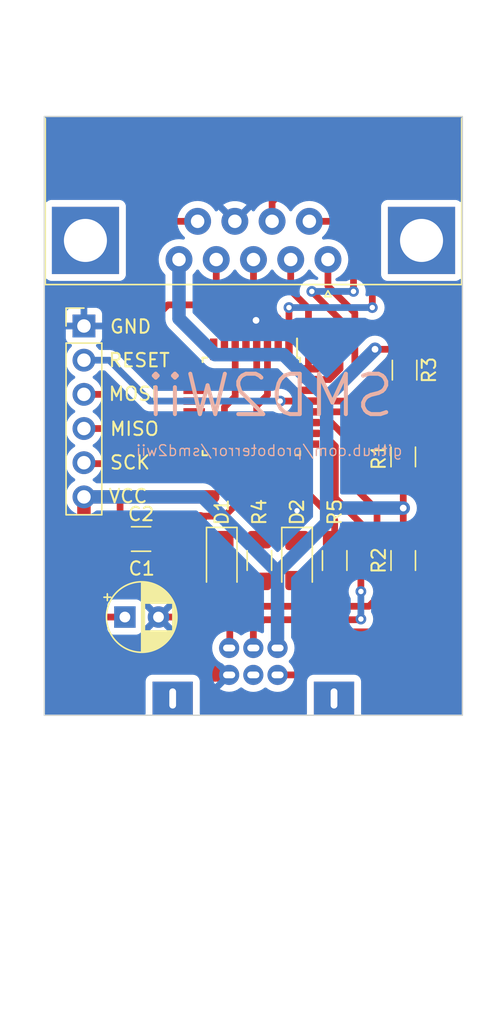
<source format=kicad_pcb>
(kicad_pcb (version 20221018) (generator pcbnew)
  (layers (0 "F.Cu" signal) (31 "B.Cu" signal) (34 "B.Paste" user) (35 "F.Paste" user) (36 "B.SilkS" user "B.Silkscreen") (37 "F.SilkS" user "F.Silkscreen") (38 "B.Mask" user) (39 "F.Mask" user) (44 "Edge.Cuts" user))
  (net 0 "")
  (net 1 "VCC")
  (net 2 "GND")
  (net 3 "/DTC")
  (net 4 "/SDA")
  (net 5 "/SCL")
  (net 7 "/SMD_D0")
  (net 8 "/SMD_D1")
  (net 9 "/SMD_D2")
  (net 10 "/SMD_D3")
  (net 11 "/SMD_D4")
  (net 12 "/SMD_SELECT")
  (net 13 "/SMD_D5")
  (net 14 "/MISO")
  (net 15 "/SCK")
  (net 16 "/MOSI")
  (net 17 "RESET")
  (net 18 "Net-(D1-A)")
  (net 19 "Net-(D2-A)")
  (net 20 "Net-(U1-PC0)")
  (net 21 "Net-(U1-PC1)")
  (footprint "Capacitor_THT:CP_Radial_D5.0mm_P2.50mm" (layer "F.Cu") (at 104.094888 91.1)
    (fp_text reference "C1" (at 1.25 -3.6) (layer "F.SilkS"))
    (fp_text value "4.7uF" hide)
    (fp_line (start -1.554775 -1.475) (end -1.054775 -1.475) (stroke (width 0.12)) (layer "F.SilkS"))
    (fp_line (start -1.304775 -1.725) (end -1.304775 -1.225) (stroke (width 0.12)) (layer "F.SilkS"))
    (fp_line (start 1.25 -2.58) (end 1.25 2.58) (stroke (width 0.12)) (layer "F.SilkS"))
    (fp_line (start 1.29 -2.58) (end 1.29 2.58) (stroke (width 0.12)) (layer "F.SilkS"))
    (fp_line (start 1.33 -2.579) (end 1.33 2.579) (stroke (width 0.12)) (layer "F.SilkS"))
    (fp_line (start 1.37 -2.578) (end 1.37 2.578) (stroke (width 0.12)) (layer "F.SilkS"))
    (fp_line (start 1.41 -2.576) (end 1.41 2.576) (stroke (width 0.12)) (layer "F.SilkS"))
    (fp_line (start 1.45 -2.573) (end 1.45 2.573) (stroke (width 0.12)) (layer "F.SilkS"))
    (fp_line (start 1.49 -2.569) (end 1.49 -1.04) (stroke (width 0.12)) (layer "F.SilkS"))
    (fp_line (start 1.49 1.04) (end 1.49 2.569) (stroke (width 0.12)) (layer "F.SilkS"))
    (fp_line (start 1.53 -2.565) (end 1.53 -1.04) (stroke (width 0.12)) (layer "F.SilkS"))
    (fp_line (start 1.53 1.04) (end 1.53 2.565) (stroke (width 0.12)) (layer "F.SilkS"))
    (fp_line (start 1.57 -2.561) (end 1.57 -1.04) (stroke (width 0.12)) (layer "F.SilkS"))
    (fp_line (start 1.57 1.04) (end 1.57 2.561) (stroke (width 0.12)) (layer "F.SilkS"))
    (fp_line (start 1.61 -2.556) (end 1.61 -1.04) (stroke (width 0.12)) (layer "F.SilkS"))
    (fp_line (start 1.61 1.04) (end 1.61 2.556) (stroke (width 0.12)) (layer "F.SilkS"))
    (fp_line (start 1.65 -2.55) (end 1.65 -1.04) (stroke (width 0.12)) (layer "F.SilkS"))
    (fp_line (start 1.65 1.04) (end 1.65 2.55) (stroke (width 0.12)) (layer "F.SilkS"))
    (fp_line (start 1.69 -2.543) (end 1.69 -1.04) (stroke (width 0.12)) (layer "F.SilkS"))
    (fp_line (start 1.69 1.04) (end 1.69 2.543) (stroke (width 0.12)) (layer "F.SilkS"))
    (fp_line (start 1.73 -2.536) (end 1.73 -1.04) (stroke (width 0.12)) (layer "F.SilkS"))
    (fp_line (start 1.73 1.04) (end 1.73 2.536) (stroke (width 0.12)) (layer "F.SilkS"))
    (fp_line (start 1.77 -2.528) (end 1.77 -1.04) (stroke (width 0.12)) (layer "F.SilkS"))
    (fp_line (start 1.77 1.04) (end 1.77 2.528) (stroke (width 0.12)) (layer "F.SilkS"))
    (fp_line (start 1.81 -2.52) (end 1.81 -1.04) (stroke (width 0.12)) (layer "F.SilkS"))
    (fp_line (start 1.81 1.04) (end 1.81 2.52) (stroke (width 0.12)) (layer "F.SilkS"))
    (fp_line (start 1.85 -2.511) (end 1.85 -1.04) (stroke (width 0.12)) (layer "F.SilkS"))
    (fp_line (start 1.85 1.04) (end 1.85 2.511) (stroke (width 0.12)) (layer "F.SilkS"))
    (fp_line (start 1.89 -2.501) (end 1.89 -1.04) (stroke (width 0.12)) (layer "F.SilkS"))
    (fp_line (start 1.89 1.04) (end 1.89 2.501) (stroke (width 0.12)) (layer "F.SilkS"))
    (fp_line (start 1.93 -2.491) (end 1.93 -1.04) (stroke (width 0.12)) (layer "F.SilkS"))
    (fp_line (start 1.93 1.04) (end 1.93 2.491) (stroke (width 0.12)) (layer "F.SilkS"))
    (fp_line (start 1.971 -2.48) (end 1.971 -1.04) (stroke (width 0.12)) (layer "F.SilkS"))
    (fp_line (start 1.971 1.04) (end 1.971 2.48) (stroke (width 0.12)) (layer "F.SilkS"))
    (fp_line (start 2.011 -2.468) (end 2.011 -1.04) (stroke (width 0.12)) (layer "F.SilkS"))
    (fp_line (start 2.011 1.04) (end 2.011 2.468) (stroke (width 0.12)) (layer "F.SilkS"))
    (fp_line (start 2.051 -2.455) (end 2.051 -1.04) (stroke (width 0.12)) (layer "F.SilkS"))
    (fp_line (start 2.051 1.04) (end 2.051 2.455) (stroke (width 0.12)) (layer "F.SilkS"))
    (fp_line (start 2.091 -2.442) (end 2.091 -1.04) (stroke (width 0.12)) (layer "F.SilkS"))
    (fp_line (start 2.091 1.04) (end 2.091 2.442) (stroke (width 0.12)) (layer "F.SilkS"))
    (fp_line (start 2.131 -2.428) (end 2.131 -1.04) (stroke (width 0.12)) (layer "F.SilkS"))
    (fp_line (start 2.131 1.04) (end 2.131 2.428) (stroke (width 0.12)) (layer "F.SilkS"))
    (fp_line (start 2.171 -2.414) (end 2.171 -1.04) (stroke (width 0.12)) (layer "F.SilkS"))
    (fp_line (start 2.171 1.04) (end 2.171 2.414) (stroke (width 0.12)) (layer "F.SilkS"))
    (fp_line (start 2.211 -2.398) (end 2.211 -1.04) (stroke (width 0.12)) (layer "F.SilkS"))
    (fp_line (start 2.211 1.04) (end 2.211 2.398) (stroke (width 0.12)) (layer "F.SilkS"))
    (fp_line (start 2.251 -2.382) (end 2.251 -1.04) (stroke (width 0.12)) (layer "F.SilkS"))
    (fp_line (start 2.251 1.04) (end 2.251 2.382) (stroke (width 0.12)) (layer "F.SilkS"))
    (fp_line (start 2.291 -2.365) (end 2.291 -1.04) (stroke (width 0.12)) (layer "F.SilkS"))
    (fp_line (start 2.291 1.04) (end 2.291 2.365) (stroke (width 0.12)) (layer "F.SilkS"))
    (fp_line (start 2.331 -2.348) (end 2.331 -1.04) (stroke (width 0.12)) (layer "F.SilkS"))
    (fp_line (start 2.331 1.04) (end 2.331 2.348) (stroke (width 0.12)) (layer "F.SilkS"))
    (fp_line (start 2.371 -2.329) (end 2.371 -1.04) (stroke (width 0.12)) (layer "F.SilkS"))
    (fp_line (start 2.371 1.04) (end 2.371 2.329) (stroke (width 0.12)) (layer "F.SilkS"))
    (fp_line (start 2.411 -2.31) (end 2.411 -1.04) (stroke (width 0.12)) (layer "F.SilkS"))
    (fp_line (start 2.411 1.04) (end 2.411 2.31) (stroke (width 0.12)) (layer "F.SilkS"))
    (fp_line (start 2.451 -2.29) (end 2.451 -1.04) (stroke (width 0.12)) (layer "F.SilkS"))
    (fp_line (start 2.451 1.04) (end 2.451 2.29) (stroke (width 0.12)) (layer "F.SilkS"))
    (fp_line (start 2.491 -2.268) (end 2.491 -1.04) (stroke (width 0.12)) (layer "F.SilkS"))
    (fp_line (start 2.491 1.04) (end 2.491 2.268) (stroke (width 0.12)) (layer "F.SilkS"))
    (fp_line (start 2.531 -2.247) (end 2.531 -1.04) (stroke (width 0.12)) (layer "F.SilkS"))
    (fp_line (start 2.531 1.04) (end 2.531 2.247) (stroke (width 0.12)) (layer "F.SilkS"))
    (fp_line (start 2.571 -2.224) (end 2.571 -1.04) (stroke (width 0.12)) (layer "F.SilkS"))
    (fp_line (start 2.571 1.04) (end 2.571 2.224) (stroke (width 0.12)) (layer "F.SilkS"))
    (fp_line (start 2.611 -2.2) (end 2.611 -1.04) (stroke (width 0.12)) (layer "F.SilkS"))
    (fp_line (start 2.611 1.04) (end 2.611 2.2) (stroke (width 0.12)) (layer "F.SilkS"))
    (fp_line (start 2.651 -2.175) (end 2.651 -1.04) (stroke (width 0.12)) (layer "F.SilkS"))
    (fp_line (start 2.651 1.04) (end 2.651 2.175) (stroke (width 0.12)) (layer "F.SilkS"))
    (fp_line (start 2.691 -2.149) (end 2.691 -1.04) (stroke (width 0.12)) (layer "F.SilkS"))
    (fp_line (start 2.691 1.04) (end 2.691 2.149) (stroke (width 0.12)) (layer "F.SilkS"))
    (fp_line (start 2.731 -2.122) (end 2.731 -1.04) (stroke (width 0.12)) (layer "F.SilkS"))
    (fp_line (start 2.731 1.04) (end 2.731 2.122) (stroke (width 0.12)) (layer "F.SilkS"))
    (fp_line (start 2.771 -2.095) (end 2.771 -1.04) (stroke (width 0.12)) (layer "F.SilkS"))
    (fp_line (start 2.771 1.04) (end 2.771 2.095) (stroke (width 0.12)) (layer "F.SilkS"))
    (fp_line (start 2.811 -2.065) (end 2.811 -1.04) (stroke (width 0.12)) (layer "F.SilkS"))
    (fp_line (start 2.811 1.04) (end 2.811 2.065) (stroke (width 0.12)) (layer "F.SilkS"))
    (fp_line (start 2.851 -2.035) (end 2.851 -1.04) (stroke (width 0.12)) (layer "F.SilkS"))
    (fp_line (start 2.851 1.04) (end 2.851 2.035) (stroke (width 0.12)) (layer "F.SilkS"))
    (fp_line (start 2.891 -2.004) (end 2.891 -1.04) (stroke (width 0.12)) (layer "F.SilkS"))
    (fp_line (start 2.891 1.04) (end 2.891 2.004) (stroke (width 0.12)) (layer "F.SilkS"))
    (fp_line (start 2.931 -1.971) (end 2.931 -1.04) (stroke (width 0.12)) (layer "F.SilkS"))
    (fp_line (start 2.931 1.04) (end 2.931 1.971) (stroke (width 0.12)) (layer "F.SilkS"))
    (fp_line (start 2.971 -1.937) (end 2.971 -1.04) (stroke (width 0.12)) (layer "F.SilkS"))
    (fp_line (start 2.971 1.04) (end 2.971 1.937) (stroke (width 0.12)) (layer "F.SilkS"))
    (fp_line (start 3.011 -1.901) (end 3.011 -1.04) (stroke (width 0.12)) (layer "F.SilkS"))
    (fp_line (start 3.011 1.04) (end 3.011 1.901) (stroke (width 0.12)) (layer "F.SilkS"))
    (fp_line (start 3.051 -1.864) (end 3.051 -1.04) (stroke (width 0.12)) (layer "F.SilkS"))
    (fp_line (start 3.051 1.04) (end 3.051 1.864) (stroke (width 0.12)) (layer "F.SilkS"))
    (fp_line (start 3.091 -1.826) (end 3.091 -1.04) (stroke (width 0.12)) (layer "F.SilkS"))
    (fp_line (start 3.091 1.04) (end 3.091 1.826) (stroke (width 0.12)) (layer "F.SilkS"))
    (fp_line (start 3.131 -1.785) (end 3.131 -1.04) (stroke (width 0.12)) (layer "F.SilkS"))
    (fp_line (start 3.131 1.04) (end 3.131 1.785) (stroke (width 0.12)) (layer "F.SilkS"))
    (fp_line (start 3.171 -1.743) (end 3.171 -1.04) (stroke (width 0.12)) (layer "F.SilkS"))
    (fp_line (start 3.171 1.04) (end 3.171 1.743) (stroke (width 0.12)) (layer "F.SilkS"))
    (fp_line (start 3.211 -1.699) (end 3.211 -1.04) (stroke (width 0.12)) (layer "F.SilkS"))
    (fp_line (start 3.211 1.04) (end 3.211 1.699) (stroke (width 0.12)) (layer "F.SilkS"))
    (fp_line (start 3.251 -1.653) (end 3.251 -1.04) (stroke (width 0.12)) (layer "F.SilkS"))
    (fp_line (start 3.251 1.04) (end 3.251 1.653) (stroke (width 0.12)) (layer "F.SilkS"))
    (fp_line (start 3.291 -1.605) (end 3.291 -1.04) (stroke (width 0.12)) (layer "F.SilkS"))
    (fp_line (start 3.291 1.04) (end 3.291 1.605) (stroke (width 0.12)) (layer "F.SilkS"))
    (fp_line (start 3.331 -1.554) (end 3.331 -1.04) (stroke (width 0.12)) (layer "F.SilkS"))
    (fp_line (start 3.331 1.04) (end 3.331 1.554) (stroke (width 0.12)) (layer "F.SilkS"))
    (fp_line (start 3.371 -1.5) (end 3.371 -1.04) (stroke (width 0.12)) (layer "F.SilkS"))
    (fp_line (start 3.371 1.04) (end 3.371 1.5) (stroke (width 0.12)) (layer "F.SilkS"))
    (fp_line (start 3.411 -1.443) (end 3.411 -1.04) (stroke (width 0.12)) (layer "F.SilkS"))
    (fp_line (start 3.411 1.04) (end 3.411 1.443) (stroke (width 0.12)) (layer "F.SilkS"))
    (fp_line (start 3.451 -1.383) (end 3.451 -1.04) (stroke (width 0.12)) (layer "F.SilkS"))
    (fp_line (start 3.451 1.04) (end 3.451 1.383) (stroke (width 0.12)) (layer "F.SilkS"))
    (fp_line (start 3.491 -1.319) (end 3.491 -1.04) (stroke (width 0.12)) (layer "F.SilkS"))
    (fp_line (start 3.491 1.04) (end 3.491 1.319) (stroke (width 0.12)) (layer "F.SilkS"))
    (fp_line (start 3.531 -1.251) (end 3.531 -1.04) (stroke (width 0.12)) (layer "F.SilkS"))
    (fp_line (start 3.531 1.04) (end 3.531 1.251) (stroke (width 0.12)) (layer "F.SilkS"))
    (fp_line (start 3.571 -1.178) (end 3.571 1.178) (stroke (width 0.12)) (layer "F.SilkS"))
    (fp_line (start 3.611 -1.098) (end 3.611 1.098) (stroke (width 0.12)) (layer "F.SilkS"))
    (fp_line (start 3.651 -1.011) (end 3.651 1.011) (stroke (width 0.12)) (layer "F.SilkS"))
    (fp_line (start 3.691 -0.915) (end 3.691 0.915) (stroke (width 0.12)) (layer "F.SilkS"))
    (fp_line (start 3.731 -0.805) (end 3.731 0.805) (stroke (width 0.12)) (layer "F.SilkS"))
    (fp_line (start 3.771 -0.677) (end 3.771 0.677) (stroke (width 0.12)) (layer "F.SilkS"))
    (fp_line (start 3.811 -0.518) (end 3.811 0.518) (stroke (width 0.12)) (layer "F.SilkS"))
    (fp_line (start 3.851 -0.284) (end 3.851 0.284) (stroke (width 0.12)) (layer "F.SilkS"))
    (fp_circle (center 1.25 0) (end 3.87 0) (stroke (width 0.12)) (fill none) (layer "F.SilkS"))
    (pad "1" thru_hole rect (at 0 0) (size 1.6 1.6) (drill 0.8) (layers "*.Cu" "*.Mask") (net 1 "VCC"))
    (pad "2" thru_hole circle (at 2.5 0) (size 1.6 1.6) (drill 0.8) (layers "*.Cu" "*.Mask") (net 2 "GND"))
  )
  (footprint "Resistor_SMD:R_1206_3216Metric_Pad1.30x1.75mm_HandSolder" (layer "F.Cu") (at 119.7 86.9 -90)
    (fp_text reference "R5" (at -3.6 0 -90) (layer "F.SilkS"))
    (fp_text value "400")
    (fp_line (start -0.727064 -0.91) (end 0.727064 -0.91) (stroke (width 0.12)) (layer "F.SilkS"))
    (fp_line (start -0.727064 0.91) (end 0.727064 0.91) (stroke (width 0.12)) (layer "F.SilkS"))
    (pad "1" smd roundrect (at -1.55 0 270) (size 1.3 1.75) (layers "F.Cu" "F.Paste" "F.Mask") (roundrect_rratio 0.1923076923) (net 21 "Net-(U1-PC1)"))
    (pad "2" smd roundrect (at 1.55 0 270) (size 1.3 1.75) (layers "F.Cu" "F.Paste" "F.Mask") (roundrect_rratio 0.1923076923) (net 19 "Net-(D2-A)"))
  )
  (footprint "Resistor_SMD:R_1206_3216Metric_Pad1.30x1.75mm_HandSolder" (layer "F.Cu") (at 124.8 86.9 90)
    (fp_text reference "R2" (at 0 -1.82 90) (layer "F.SilkS"))
    (fp_text value "2.2k")
    (fp_line (start -0.727064 -0.91) (end 0.727064 -0.91) (stroke (width 0.12)) (layer "F.SilkS"))
    (fp_line (start -0.727064 0.91) (end 0.727064 0.91) (stroke (width 0.12)) (layer "F.SilkS"))
    (pad "1" smd roundrect (at -1.55 0 90) (size 1.3 1.75) (layers "F.Cu" "F.Paste" "F.Mask") (roundrect_rratio 0.1923076923) (net 4 "/SDA"))
    (pad "2" smd roundrect (at 1.55 0 90) (size 1.3 1.75) (layers "F.Cu" "F.Paste" "F.Mask") (roundrect_rratio 0.1923076923) (net 1 "VCC"))
  )
  (footprint "Resistor_SMD:R_1206_3216Metric_Pad1.30x1.75mm_HandSolder" (layer "F.Cu") (at 124.9 72.75 -90)
    (fp_text reference "R3" (at 0 -1.82 90) (layer "F.SilkS"))
    (fp_text value "2.2k")
    (fp_line (start -0.727064 -0.91) (end 0.727064 -0.91) (stroke (width 0.12)) (layer "F.SilkS"))
    (fp_line (start -0.727064 0.91) (end 0.727064 0.91) (stroke (width 0.12)) (layer "F.SilkS"))
    (pad "1" smd roundrect (at -1.55 0 270) (size 1.3 1.75) (layers "F.Cu" "F.Paste" "F.Mask") (roundrect_rratio 0.1923076923) (net 1 "VCC"))
    (pad "2" smd roundrect (at 1.55 0 270) (size 1.3 1.75) (layers "F.Cu" "F.Paste" "F.Mask") (roundrect_rratio 0.1923076923) (net 17 "RESET"))
  )
  (footprint "Capacitor_SMD:C_1206_3216Metric_Pad1.33x1.80mm_HandSolder" (layer "F.Cu") (at 105.3 85.3)
    (fp_text reference "C2" (at 0 -1.85) (layer "F.SilkS"))
    (fp_text value "0.1uF")
    (fp_line (start -0.711252 -0.91) (end 0.711252 -0.91) (stroke (width 0.12)) (layer "F.SilkS"))
    (fp_line (start -0.711252 0.91) (end 0.711252 0.91) (stroke (width 0.12)) (layer "F.SilkS"))
    (pad "1" smd roundrect (at -1.5625 0) (size 1.325 1.8) (layers "F.Cu" "F.Paste" "F.Mask") (roundrect_rratio 0.1886792453) (net 1 "VCC"))
    (pad "2" smd roundrect (at 1.5625 0) (size 1.325 1.8) (layers "F.Cu" "F.Paste" "F.Mask") (roundrect_rratio 0.1886792453) (net 2 "GND"))
  )
  (footprint "Connector_Dsub:DSUB-9_Male_Horizontal_P2.77x2.84mm_EdgePinOffset7.70mm_Housed_MountingHolesOffset9.12mm" (layer "F.Cu") (at 119.2 64.530331 180)
    (fp_text reference "J2" hide)
    (fp_text value "DB9_Male")
    (fp_line (start -9.945 -1.86) (end 21.025 -1.86) (stroke (width 0.12)) (layer "F.SilkS"))
    (fp_line (start -9.945 10.48) (end -9.945 -1.86) (stroke (width 0.12)) (layer "F.SilkS"))
    (fp_line (start -0.25 -2.754338) (end 0.25 -2.754338) (stroke (width 0.12)) (layer "F.SilkS"))
    (fp_line (start 0 -2.321325) (end -0.25 -2.754338) (stroke (width 0.12)) (layer "F.SilkS"))
    (fp_line (start 0.25 -2.754338) (end 0 -2.321325) (stroke (width 0.12)) (layer "F.SilkS"))
    (fp_line (start 21.025 -1.86) (end 21.025 10.48) (stroke (width 0.12)) (layer "F.SilkS"))
    (pad "0" thru_hole rect (at -6.96 1.42 180) (size 5 5) (drill 3.2) (layers "*.Cu" "*.Mask"))
    (pad "0" thru_hole rect (at 18.04 1.42 180) (size 5 5) (drill 3.2) (layers "*.Cu" "*.Mask"))
    (pad "1" thru_hole circle (at 0 0 180) (size 2 2) (drill 1) (layers "*.Cu" "*.Mask") (net 7 "/SMD_D0"))
    (pad "2" thru_hole circle (at 2.77 0 180) (size 2 2) (drill 1) (layers "*.Cu" "*.Mask") (net 8 "/SMD_D1"))
    (pad "3" thru_hole circle (at 5.54 0 180) (size 2 2) (drill 1) (layers "*.Cu" "*.Mask") (net 9 "/SMD_D2"))
    (pad "4" thru_hole circle (at 8.31 0 180) (size 2 2) (drill 1) (layers "*.Cu" "*.Mask") (net 10 "/SMD_D3"))
    (pad "5" thru_hole circle (at 11.08 0 180) (size 2 2) (drill 1) (layers "*.Cu" "*.Mask") (net 1 "VCC"))
    (pad "6" thru_hole circle (at 1.385 2.84 180) (size 2 2) (drill 1) (layers "*.Cu" "*.Mask") (net 11 "/SMD_D4"))
    (pad "7" thru_hole circle (at 4.155 2.84 180) (size 2 2) (drill 1) (layers "*.Cu" "*.Mask") (net 12 "/SMD_SELECT"))
    (pad "8" thru_hole circle (at 6.925 2.84 180) (size 2 2) (drill 1) (layers "*.Cu" "*.Mask") (net 2 "GND"))
    (pad "9" thru_hole circle (at 9.695 2.84 180) (size 2 2) (drill 1) (layers "*.Cu" "*.Mask") (net 13 "/SMD_D5"))
  )
  (footprint "LED_SMD:LED_1206_3216Metric_Pad1.42x1.75mm_HandSolder" (layer "F.Cu") (at 116.9 86.9 -90)
    (fp_text reference "D2" (at -3.6 0 90) (layer "F.SilkS"))
    (fp_text value "GREEN")
    (fp_line (start -2.46 -1.135) (end -2.46 1.135) (stroke (width 0.12)) (layer "F.SilkS"))
    (fp_line (start -2.46 1.135) (end 1.6 1.135) (stroke (width 0.12)) (layer "F.SilkS"))
    (fp_line (start 1.6 -1.135) (end -2.46 -1.135) (stroke (width 0.12)) (layer "F.SilkS"))
    (pad "1" smd roundrect (at -1.4875 0 270) (size 1.425 1.75) (layers "F.Cu" "F.Paste" "F.Mask") (roundrect_rratio 0.1754392982) (net 2 "GND"))
    (pad "2" smd roundrect (at 1.4875 0 270) (size 1.425 1.75) (layers "F.Cu" "F.Paste" "F.Mask") (roundrect_rratio 0.1754392982) (net 19 "Net-(D2-A)"))
  )
  (footprint "Wii:Wii_Nunchuck_Connector" (layer "F.Cu") (at 113.65 110.4 180)
    (fp_text reference "J1" hide)
    (fp_text value "~" hide)
    (pad "" thru_hole custom (at -6 13.25 180) (size 3 2.5) (drill oval 0.5 1.5) (layers "*.Cu" "*.Mask") (options (clearance outline) (anchor rect)) (primitives))
    (pad "" thru_hole custom (at 6 13.25 180) (size 3 2.5) (drill oval 0.5 1.5) (layers "*.Cu" "*.Mask") (options (clearance outline) (anchor rect)) (primitives))
    (pad "1" thru_hole circle (at -1.8 17 180) (size 1.5 1.5) (drill oval 0.9 0.5) (layers "*.Cu" "*.Mask") (net 1 "VCC"))
    (pad "2" thru_hole circle (at 0 17 180) (size 1.5 1.5) (drill oval 0.9 0.5) (layers "*.Cu" "*.Mask") (net 3 "/DTC"))
    (pad "3" thru_hole circle (at 1.8 17 180) (size 1.5 1.5) (drill oval 0.9 0.5) (layers "*.Cu" "*.Mask") (net 4 "/SDA"))
    (pad "4" thru_hole circle (at -1.8 15 180) (size 1.5 1.5) (drill oval 0.9 0.5) (layers "*.Cu" "*.Mask") (net 5 "/SCL"))
    (pad "5" thru_hole circle (at 0 15 180) (size 1.5 1.5) (drill oval 0.9 0.5) (layers "*.Cu" "*.Mask"))
    (pad "6" thru_hole circle (at 1.8 15 180) (size 1.5 1.5) (drill oval 0.9 0.5) (layers "*.Cu" "*.Mask") (net 2 "GND"))
  )
  (footprint "Package_QFP:TQFP-32_7x7mm_P0.8mm" (layer "F.Cu") (at 113.5 75.45 -90)
    (fp_text reference "U1" hide)
    (fp_text value "ATmega8A-A" hide)
    (fp_line (start -3.625 -3.625) (end -3.625 -3.4) (stroke (width 0.15)) (layer "F.SilkS"))
    (fp_line (start -3.625 -3.625) (end -3.3 -3.625) (stroke (width 0.15)) (layer "F.SilkS"))
    (fp_line (start -3.625 -3.4) (end -5.05 -3.4) (stroke (width 0.15)) (layer "F.SilkS"))
    (fp_line (start -3.625 3.625) (end -3.625 3.3) (stroke (width 0.15)) (layer "F.SilkS"))
    (fp_line (start -3.625 3.625) (end -3.3 3.625) (stroke (width 0.15)) (layer "F.SilkS"))
    (fp_line (start 3.625 -3.625) (end 3.3 -3.625) (stroke (width 0.15)) (layer "F.SilkS"))
    (fp_line (start 3.625 -3.625) (end 3.625 -3.3) (stroke (width 0.15)) (layer "F.SilkS"))
    (fp_line (start 3.625 3.625) (end 3.3 3.625) (stroke (width 0.15)) (layer "F.SilkS"))
    (fp_line (start 3.625 3.625) (end 3.625 3.3) (stroke (width 0.15)) (layer "F.SilkS"))
    (pad "1" smd rect (at -4.25 -2.8 270) (size 1.6 0.55) (layers "F.Cu" "F.Paste" "F.Mask") (net 12 "/SMD_SELECT"))
    (pad "2" smd rect (at -4.25 -2 270) (size 1.6 0.55) (layers "F.Cu" "F.Paste" "F.Mask") (net 9 "/SMD_D2"))
    (pad "3" smd rect (at -4.25 -1.2 270) (size 1.6 0.55) (layers "F.Cu" "F.Paste" "F.Mask") (net 2 "GND"))
    (pad "4" smd rect (at -4.25 -0.4 270) (size 1.6 0.55) (layers "F.Cu" "F.Paste" "F.Mask") (net 1 "VCC"))
    (pad "5" smd rect (at -4.25 0.4 270) (size 1.6 0.55) (layers "F.Cu" "F.Paste" "F.Mask") (net 2 "GND"))
    (pad "6" smd rect (at -4.25 1.2 270) (size 1.6 0.55) (layers "F.Cu" "F.Paste" "F.Mask") (net 1 "VCC"))
    (pad "7" smd rect (at -4.25 2 270) (size 1.6 0.55) (layers "F.Cu" "F.Paste" "F.Mask"))
    (pad "8" smd rect (at -4.25 2.8 270) (size 1.6 0.55) (layers "F.Cu" "F.Paste" "F.Mask"))
    (pad "9" smd rect (at -2.8 4.25) (size 1.6 0.55) (layers "F.Cu" "F.Paste" "F.Mask") (net 10 "/SMD_D3"))
    (pad "10" smd rect (at -2 4.25) (size 1.6 0.55) (layers "F.Cu" "F.Paste" "F.Mask") (net 13 "/SMD_D5"))
    (pad "11" smd rect (at -1.2 4.25) (size 1.6 0.55) (layers "F.Cu" "F.Paste" "F.Mask"))
    (pad "12" smd rect (at -0.4 4.25) (size 1.6 0.55) (layers "F.Cu" "F.Paste" "F.Mask"))
    (pad "13" smd rect (at 0.4 4.25) (size 1.6 0.55) (layers "F.Cu" "F.Paste" "F.Mask"))
    (pad "14" smd rect (at 1.2 4.25) (size 1.6 0.55) (layers "F.Cu" "F.Paste" "F.Mask"))
    (pad "15" smd rect (at 2 4.25) (size 1.6 0.55) (layers "F.Cu" "F.Paste" "F.Mask") (net 16 "/MOSI"))
    (pad "16" smd rect (at 2.8 4.25) (size 1.6 0.55) (layers "F.Cu" "F.Paste" "F.Mask") (net 14 "/MISO"))
    (pad "17" smd rect (at 4.25 2.8 270) (size 1.6 0.55) (layers "F.Cu" "F.Paste" "F.Mask") (net 15 "/SCK"))
    (pad "18" smd rect (at 4.25 2 270) (size 1.6 0.55) (layers "F.Cu" "F.Paste" "F.Mask") (net 1 "VCC"))
    (pad "19" smd rect (at 4.25 1.2 270) (size 1.6 0.55) (layers "F.Cu" "F.Paste" "F.Mask"))
    (pad "20" smd rect (at 4.25 0.4 270) (size 1.6 0.55) (layers "F.Cu" "F.Paste" "F.Mask"))
    (pad "21" smd rect (at 4.25 -0.4 270) (size 1.6 0.55) (layers "F.Cu" "F.Paste" "F.Mask") (net 2 "GND"))
    (pad "22" smd rect (at 4.25 -1.2 270) (size 1.6 0.55) (layers "F.Cu" "F.Paste" "F.Mask"))
    (pad "23" smd rect (at 4.25 -2 270) (size 1.6 0.55) (layers "F.Cu" "F.Paste" "F.Mask") (net 20 "Net-(U1-PC0)"))
    (pad "24" smd rect (at 4.25 -2.8 270) (size 1.6 0.55) (layers "F.Cu" "F.Paste" "F.Mask") (net 21 "Net-(U1-PC1)"))
    (pad "25" smd rect (at 2.8 -4.25) (size 1.6 0.55) (layers "F.Cu" "F.Paste" "F.Mask"))
    (pad "26" smd rect (at 2 -4.25) (size 1.6 0.55) (layers "F.Cu" "F.Paste" "F.Mask") (net 3 "/DTC"))
    (pad "27" smd rect (at 1.2 -4.25) (size 1.6 0.55) (layers "F.Cu" "F.Paste" "F.Mask") (net 4 "/SDA"))
    (pad "28" smd rect (at 0.4 -4.25) (size 1.6 0.55) (layers "F.Cu" "F.Paste" "F.Mask") (net 5 "/SCL"))
    (pad "29" smd rect (at -0.4 -4.25) (size 1.6 0.55) (layers "F.Cu" "F.Paste" "F.Mask") (net 17 "RESET"))
    (pad "30" smd rect (at -1.2 -4.25) (size 1.6 0.55) (layers "F.Cu" "F.Paste" "F.Mask") (net 7 "/SMD_D0"))
    (pad "31" smd rect (at -2 -4.25) (size 1.6 0.55) (layers "F.Cu" "F.Paste" "F.Mask") (net 11 "/SMD_D4"))
    (pad "32" smd rect (at -2.8 -4.25) (size 1.6 0.55) (layers "F.Cu" "F.Paste" "F.Mask") (net 8 "/SMD_D1"))
  )
  (footprint "Resistor_SMD:R_1206_3216Metric_Pad1.30x1.75mm_HandSolder" (layer "F.Cu") (at 124.8 79.2 90)
    (fp_text reference "R1" (at 0 -1.82 90) (layer "F.SilkS"))
    (fp_text value "2.2K")
    (fp_line (start -0.727064 -0.91) (end 0.727064 -0.91) (stroke (width 0.12)) (layer "F.SilkS"))
    (fp_line (start -0.727064 0.91) (end 0.727064 0.91) (stroke (width 0.12)) (layer "F.SilkS"))
    (pad "1" smd roundrect (at -1.55 0 90) (size 1.3 1.75) (layers "F.Cu" "F.Paste" "F.Mask") (roundrect_rratio 0.1923076923) (net 1 "VCC"))
    (pad "2" smd roundrect (at 1.55 0 90) (size 1.3 1.75) (layers "F.Cu" "F.Paste" "F.Mask") (roundrect_rratio 0.1923076923) (net 5 "/SCL"))
  )
  (footprint "LED_SMD:LED_1206_3216Metric_Pad1.42x1.75mm_HandSolder" (layer "F.Cu") (at 111.3 86.9 -90)
    (fp_text reference "D1" (at -3.6 0 90) (layer "F.SilkS"))
    (fp_text value "RED")
    (fp_line (start -2.46 -1.135) (end -2.46 1.135) (stroke (width 0.12)) (layer "F.SilkS"))
    (fp_line (start -2.46 1.135) (end 1.6 1.135) (stroke (width 0.12)) (layer "F.SilkS"))
    (fp_line (start 1.6 -1.135) (end -2.46 -1.135) (stroke (width 0.12)) (layer "F.SilkS"))
    (pad "1" smd roundrect (at -1.4875 0 270) (size 1.425 1.75) (layers "F.Cu" "F.Paste" "F.Mask") (roundrect_rratio 0.1754392982) (net 2 "GND"))
    (pad "2" smd roundrect (at 1.4875 0 270) (size 1.425 1.75) (layers "F.Cu" "F.Paste" "F.Mask") (roundrect_rratio 0.1754392982) (net 18 "Net-(D1-A)"))
  )
  (footprint "Connector_PinHeader_2.54mm:PinHeader_1x06_P2.54mm_Vertical" (layer "F.Cu") (at 101.05 69.47)
    (fp_text reference "J3" hide)
    (fp_text value "Conn_01x06_Pin")
    (fp_line (start -1.33 -1.33) (end 0 -1.33) (stroke (width 0.12)) (layer "F.SilkS"))
    (fp_line (start -1.33 0) (end -1.33 -1.33) (stroke (width 0.12)) (layer "F.SilkS"))
    (fp_line (start -1.33 1.27) (end -1.33 14.03) (stroke (width 0.12)) (layer "F.SilkS"))
    (fp_line (start -1.33 1.27) (end 1.33 1.27) (stroke (width 0.12)) (layer "F.SilkS"))
    (fp_line (start -1.33 14.03) (end 1.33 14.03) (stroke (width 0.12)) (layer "F.SilkS"))
    (fp_line (start 1.33 1.27) (end 1.33 14.03) (stroke (width 0.12)) (layer "F.SilkS"))
    (pad "1" thru_hole rect (at 0 0) (size 1.7 1.7) (drill 1) (layers "*.Cu" "*.Mask") (net 2 "GND"))
    (pad "2" thru_hole oval (at 0 2.54) (size 1.7 1.7) (drill 1) (layers "*.Cu" "*.Mask") (net 17 "RESET"))
    (pad "3" thru_hole oval (at 0 5.08) (size 1.7 1.7) (drill 1) (layers "*.Cu" "*.Mask") (net 16 "/MOSI"))
    (pad "4" thru_hole oval (at 0 7.62) (size 1.7 1.7) (drill 1) (layers "*.Cu" "*.Mask") (net 14 "/MISO"))
    (pad "5" thru_hole oval (at 0 10.16) (size 1.7 1.7) (drill 1) (layers "*.Cu" "*.Mask") (net 15 "/SCK"))
    (pad "6" thru_hole oval (at 0 12.7) (size 1.7 1.7) (drill 1) (layers "*.Cu" "*.Mask") (net 1 "VCC"))
  )
  (footprint "Resistor_SMD:R_1206_3216Metric_Pad1.30x1.75mm_HandSolder" (layer "F.Cu") (at 114.1 86.9 -90)
    (fp_text reference "R4" (at -3.6 0 90) (layer "F.SilkS"))
    (fp_text value "400")
    (fp_line (start -0.727064 -0.91) (end 0.727064 -0.91) (stroke (width 0.12)) (layer "F.SilkS"))
    (fp_line (start -0.727064 0.91) (end 0.727064 0.91) (stroke (width 0.12)) (layer "F.SilkS"))
    (pad "1" smd roundrect (at -1.55 0 270) (size 1.3 1.75) (layers "F.Cu" "F.Paste" "F.Mask") (roundrect_rratio 0.1923076923) (net 20 "Net-(U1-PC0)"))
    (pad "2" smd roundrect (at 1.55 0 270) (size 1.3 1.75) (layers "F.Cu" "F.Paste" "F.Mask") (roundrect_rratio 0.1923076923) (net 18 "Net-(D1-A)"))
  )
  (gr_rect (start 98.1 53.9) (end 129.2 98.4) (stroke (width 0.1)) (fill none) (layer "Edge.Cuts"))
  (gr_text "SMD2Wii" (at 124.3 76.4) (layer "B.SilkS") (effects (font (size 3 3) (thickness 0.3)) (justify left bottom mirror)))
  (gr_text "github.com/proboterror/smd2wii" (at 124.8 79.2) (layer "B.SilkS") (effects (font (size 0.8 0.8) (thickness 0.1)) (justify left bottom mirror)))
  (gr_text "MISO" (at 102.9 77.7) (layer "F.SilkS") (effects (font (size 1 1)) (justify left bottom)))
  (gr_text "SCK" (at 102.9 80.2) (layer "F.SilkS") (effects (font (size 1 1)) (justify left bottom)))
  (gr_text "GND" (at 102.9 70.1) (layer "F.SilkS") (effects (font (size 1 1)) (justify left bottom)))
  (gr_text "VCC" (at 102.8 82.7) (layer "F.SilkS") (effects (font (size 1 1)) (justify left bottom)))
  (gr_text "RESET" (at 102.8 72.6) (layer "F.SilkS") (effects (font (size 1 1)) (justify left bottom)))
  (gr_text "MOSI" (at 102.8 75.1) (layer "F.SilkS") (effects (font (size 1 1)) (justify left bottom)))
  (segment (start 124.9 71.2) (end 122.7 71.2) (width 0.5) (layer "F.Cu") (net 1))
  (segment (start 112.3 74.7) (end 111.5 75.5) (width 0.5) (layer "F.Cu") (net 1))
  (segment (start 113.9 71.2) (end 113.9 72.7) (width 0.5) (layer "F.Cu") (net 1))
  (segment (start 124.8 80.75) (end 124.8 83) (width 0.5) (layer "F.Cu") (net 1))
  (segment (start 111.5 81.3) (end 111.5 79.7) (width 0.5) (layer "F.Cu") (net 1))
  (segment (start 101.05 82.17) (end 101.05 91.1) (width 1) (layer "F.Cu") (net 1))
  (segment (start 112.3 72.75) (end 112.3 74.7) (width 0.5) (layer "F.Cu") (net 1))
  (segment (start 111.5 75.5) (end 111.5 79.7) (width 0.5) (layer "F.Cu") (net 1))
  (segment (start 112.3 71.2) (end 112.3 72.75) (width 0.5) (layer "F.Cu") (net 1))
  (segment (start 113.45 73.15) (end 112.3 73.15) (width 0.5) (layer "F.Cu") (net 1))
  (segment (start 103.7 82.17) (end 101.05 82.17) (width 1) (layer "F.Cu") (net 1))
  (segment (start 124.8 85.35) (end 124.8 83) (width 0.5) (layer "F.Cu") (net 1))
  (segment (start 110.63 82.17) (end 103.7 82.17) (width 1) (layer "F.Cu") (net 1))
  (segment (start 103.7375 82.2075) (end 103.7 82.17) (width 0.35) (layer "F.Cu") (net 1))
  (segment (start 103.7375 85.3) (end 103.7375 82.2075) (width 0.5) (layer "F.Cu") (net 1))
  (segment (start 113.9 72.7) (end 113.45 73.15) (width 0.5) (layer "F.Cu") (net 1))
  (segment (start 110.63 82.17) (end 111.5 81.3) (width 0.5) (layer "F.Cu") (net 1))
  (segment (start 104.094888 91.1) (end 101.05 91.1) (width 0.5) (layer "F.Cu") (net 1))
  (via (at 124.8 83) (size 1) (drill 0.5) (layers "F.Cu" "B.Cu") (net 1))
  (via (at 122.7 71.2) (size 1) (drill 0.5) (layers "F.Cu" "B.Cu") (net 1))
  (segment (start 110.8 71.6) (end 108.12 68.92) (width 1) (layer "B.Cu") (net 1))
  (segment (start 109.87 82.17) (end 101.05 82.17) (width 1) (layer "B.Cu") (net 1))
  (segment (start 119.1 84.1) (end 115.45 87.75) (width 1) (layer "B.Cu") (net 1))
  (segment (start 119.1 74.8) (end 115.9 71.6) (width 1) (layer "B.Cu") (net 1))
  (segment (start 124.8 83) (end 119.1 83) (width 1) (layer "B.Cu") (net 1))
  (segment (start 115.9 71.6) (end 110.8 71.6) (width 1) (layer "B.Cu") (net 1))
  (segment (start 108.12 68.92) (end 108.12 64.530331) (width 1) (layer "B.Cu") (net 1))
  (segment (start 115.45 93.2) (end 115.45 87.75) (width 1) (layer "B.Cu") (net 1))
  (segment (start 115.45 87.75) (end 109.87 82.17) (width 1) (layer "B.Cu") (net 1))
  (segment (start 122.7 71.2) (end 119.1 74.8) (width 1) (layer "B.Cu") (net 1))
  (segment (start 119.1 74.8) (end 119.1 84.1) (width 1) (layer "B.Cu") (net 1))
  (segment (start 113.9 79.7) (end 113.9 81.2) (width 0.5) (layer "F.Cu") (net 2))
  (segment (start 114.7 69.4) (end 114.7 71.2) (width 0.5) (layer "F.Cu") (net 2))
  (segment (start 109.2 93.81066) (end 109.2 91.1) (width 1) (layer "F.Cu") (net 2))
  (segment (start 113.45 69.05) (end 113.1 69.4) (width 0.5) (layer "F.Cu") (net 2))
  (segment (start 106.8625 85.3) (end 109.2 85.3) (width 0.5) (layer "F.Cu") (net 2))
  (segment (start 109.2 91.1) (end 109.2 87.2) (width 1) (layer "F.Cu") (net 2))
  (segment (start 111.3 85.4125) (end 109.3125 85.4125) (width 0.5) (layer "F.Cu") (net 2))
  (segment (start 109.2 84.3) (end 109.7 83.8) (width 1) (layer "F.Cu") (net 2))
  (segment (start 109.2 87.2) (end 109.2 85.3) (width 1) (layer "F.Cu") (net 2))
  (segment (start 106.594888 91.1) (end 109.2 91.1) (width 0.5) (layer "F.Cu") (net 2))
  (segment (start 109.2 85.3) (end 109.2 84.3) (width 1) (layer "F.Cu") (net 2))
  (segment (start 110.78934 95.4) (end 109.2 93.81066) (width 1) (layer "F.Cu") (net 2))
  (segment (start 110.78934 95.4) (end 111.85 95.4) (width 1) (layer "F.Cu") (net 2))
  (segment (start 111.5 83.6) (end 109.9 83.6) (width 0.5) (layer "F.Cu") (net 2))
  (segment (start 114.7 71.2) (end 114.7 74.6) (width 0.5) (layer "F.Cu") (net 2))
  (segment (start 113.9 75.4) (end 113.9 79.7) (width 0.5) (layer "F.Cu") (net 2))
  (segment (start 114.35 69.05) (end 114.7 69.4) (width 0.5) (layer "F.Cu") (net 2))
  (segment (start 109.3125 85.4125) (end 109.2 85.3) (width 0.35) (layer "F.Cu") (net 2))
  (segment (start 109.9 83.6) (end 109.7 83.8) (width 0.5) (layer "F.Cu") (net 2))
  (segment (start 116.9 85.4125) (end 116.9 83.2) (width 0.35) (layer "F.Cu") (net 2))
  (segment (start 114.7 74.6) (end 113.9 75.4) (width 0.5) (layer "F.Cu") (net 2))
  (segment (start 113.9 81.2) (end 111.5 83.6) (width 0.5) (layer "F.Cu") (net 2))
  (segment (start 113.1 69.4) (end 113.1 71.2) (width 0.5) (layer "F.Cu") (net 2))
  (via (at 113.85 69.05) (size 1) (drill 0.5) (layers "F.Cu" "B.Cu") (net 2))
  (via (at 116.9 83.2) (size 0.8) (drill 0.4) (layers "F.Cu" "B.Cu") (net 2))
  (segment (start 121.65 91.2495) (end 121.5995 91.3) (width 0.5) (layer "F.Cu") (net 3))
  (segment (start 118.8 77.45) (end 117.75 77.45) (width 0.5) (layer "F.Cu") (net 3))
  (segment (start 121.65 89.2) (end 121.65 84.15) (width 0.5) (layer "F.Cu") (net 3))
  (segment (start 113.55 93.4) (end 113.6 93.35) (width 0.5) (layer "F.Cu") (net 3))
  (segment (start 121.5995 91.3) (end 114.4 91.3) (width 0.5) (layer "F.Cu") (net 3))
  (segment (start 119.75 82.25) (end 119.75 78.4) (width 0.5) (layer "F.Cu") (net 3))
  (segment (start 113.65 92.05) (end 113.65 93.4) (width 0.5) (layer "F.Cu") (net 3))
  (segment (start 119.75 78.4) (end 118.8 77.45) (width 0.5) (layer "F.Cu") (net 3))
  (segment (start 121.65 84.15) (end 119.75 82.25) (width 0.5) (layer "F.Cu") (net 3))
  (segment (start 114.4 91.3) (end 113.65 92.05) (width 0.5) (layer "F.Cu") (net 3))
  (via (at 121.65 91.2495) (size 0.8) (drill 0.4) (layers "F.Cu" "B.Cu") (net 3))
  (via (at 121.65 89.2) (size 0.8) (drill 0.4) (layers "F.Cu" "B.Cu") (net 3))
  (segment (start 121.65 91.2495) (end 121.65 89.2) (width 0.5) (layer "B.Cu") (net 3))
  (segment (start 124.8 88.45) (end 122.9 88.45) (width 0.5) (layer "F.Cu") (net 4))
  (segment (start 111.9 93.25) (end 111.75 93.4) (width 0.5) (layer "F.Cu") (net 4))
  (segment (start 122.85 88.4) (end 122.85 89.7) (width 0.5) (layer "F.Cu") (net 4))
  (segment (start 111.9 91.5) (end 111.9 93.25) (width 0.5) (layer "F.Cu") (net 4))
  (segment (start 121.25 78.45) (end 119.45 76.65) (width 0.5) (layer "F.Cu") (net 4))
  (segment (start 122.25 90.3) (end 113.1 90.3) (width 0.5) (layer "F.Cu") (net 4))
  (segment (start 113.1 90.3) (end 111.9 91.5) (width 0.5) (layer "F.Cu") (net 4))
  (segment (start 119.45 76.65) (end 117.75 76.65) (width 0.5) (layer "F.Cu") (net 4))
  (segment (start 122.9 88.45) (end 122.85 88.4) (width 0.35) (layer "F.Cu") (net 4))
  (segment (start 122.85 89.7) (end 122.25 90.3) (width 0.5) (layer "F.Cu") (net 4))
  (segment (start 122.85 88.4) (end 122.85 83.15) (width 0.5) (layer "F.Cu") (net 4))
  (segment (start 122.85 83.15) (end 121.25 81.55) (width 0.5) (layer "F.Cu") (net 4))
  (segment (start 121.25 81.55) (end 121.25 78.45) (width 0.5) (layer "F.Cu") (net 4))
  (segment (start 116.95 95.4) (end 117.7 94.65) (width 0.5) (layer "F.Cu") (net 5))
  (segment (start 117.7 94.65) (end 117.7 92.95) (width 0.5) (layer "F.Cu") (net 5))
  (segment (start 124.8 75.85) (end 117.75 75.85) (width 0.5) (layer "F.Cu") (net 5))
  (segment (start 124.65 92.2) (end 127.05 89.8) (width 0.5) (layer "F.Cu") (net 5))
  (segment (start 127.05 76.65) (end 126.25 75.85) (width 0.5) (layer "F.Cu") (net 5))
  (segment (start 118.45 92.2) (end 124.65 92.2) (width 0.5) (layer "F.Cu") (net 5))
  (segment (start 115.45 95.4) (end 116.95 95.4) (width 0.5) (layer "F.Cu") (net 5))
  (segment (start 126.25 75.85) (end 124.8 75.85) (width 0.5) (layer "F.Cu") (net 5))
  (segment (start 117.7 92.95) (end 118.45 92.2) (width 0.5) (layer "F.Cu") (net 5))
  (segment (start 124.8 77.65) (end 124.8 75.85) (width 0.5) (layer "F.Cu") (net 5))
  (segment (start 127.05 89.8) (end 127.05 80.1) (width 0.5) (layer "F.Cu") (net 5))
  (segment (start 127.05 80.1) (end 127.05 76.65) (width 0.5) (layer "F.Cu") (net 5))
  (segment (start 119.2 64.530331) (end 119.2 66.5) (width 0.5) (layer "F.Cu") (net 7))
  (segment (start 120 74.25) (end 117.75 74.25) (width 0.5) (layer "F.Cu") (net 7))
  (segment (start 119.2 66.5) (end 121.2 68.5) (width 0.5) (layer "F.Cu") (net 7))
  (segment (start 121.2 73.05) (end 120 74.25) (width 0.5) (layer "F.Cu") (net 7))
  (segment (start 121.2 68.5) (end 121.2 73.05) (width 0.5) (layer "F.Cu") (net 7))
  (segment (start 117.75 68.15) (end 117.75 72.65) (width 0.5) (layer "F.Cu") (net 8))
  (segment (start 116.43 64.530331) (end 116.43 66.83) (width 0.5) (layer "F.Cu") (net 8))
  (segment (start 116.43 66.83) (end 117.75 68.15) (width 0.5) (layer "F.Cu") (net 8))
  (segment (start 115.5 68.9) (end 115.5 71.2) (width 0.5) (layer "F.Cu") (net 9))
  (segment (start 113.66 64.530331) (end 113.66 67.06) (width 0.5) (layer "F.Cu") (net 9))
  (segment (start 113.66 67.06) (end 115.5 68.9) (width 0.5) (layer "F.Cu") (net 9))
  (segment (start 107.3 67.9) (end 106.35 68.85) (width 0.5) (layer "F.Cu") (net 10))
  (segment (start 110.89 64.530331) (end 110.89 67.11) (width 0.5) (layer "F.Cu") (net 10))
  (segment (start 107.15 72.65) (end 109.25 72.65) (width 0.5) (layer "F.Cu") (net 10))
  (segment (start 106.35 68.85) (end 106.35 71.85) (width 0.5) (layer "F.Cu") (net 10))
  (segment (start 106.35 71.85) (end 107.15 72.65) (width 0.5) (layer "F.Cu") (net 10))
  (segment (start 110.1 67.9) (end 107.3 67.9) (width 0.5) (layer "F.Cu") (net 10))
  (segment (start 110.89 67.11) (end 110.1 67.9) (width 0.5) (layer "F.Cu") (net 10))
  (segment (start 120.1 72.65) (end 119.3 73.45) (width 0.5) (layer "F.Cu") (net 11))
  (segment (start 121.1 66.9) (end 121.1 62.8) (width 0.5) (layer "F.Cu") (net 11))
  (segment (start 118 66.9) (end 120.1 69) (width 0.5) (layer "F.Cu") (net 11))
  (segment (start 120.1 69) (end 120.1 72.65) (width 0.5) (layer "F.Cu") (net 11))
  (segment (start 121.1 62.8) (end 119.990331 61.690331) (width 0.5) (layer "F.Cu") (net 11))
  (segment (start 119.3 73.45) (end 117.75 73.45) (width 0.5) (layer "F.Cu") (net 11))
  (segment (start 119.990331 61.690331) (end 117.815 61.690331) (width 0.5) (layer "F.Cu") (net 11))
  (via (at 118 66.9) (size 0.8) (drill 0.4) (layers "F.Cu" "B.Cu") (net 11))
  (via (at 121.1 66.9) (size 0.8) (drill 0.4) (layers "F.Cu" "B.Cu") (net 11))
  (segment (start 118 66.9) (end 121.1 66.9) (width 0.5) (layer "B.Cu") (net 11))
  (segment (start 122.5 68.1) (end 122.5 60.7) (width 0.5) (layer "F.Cu") (net 12))
  (segment (start 116.3 68.1) (end 116.3 71.2) (width 0.5) (layer "F.Cu") (net 12))
  (segment (start 121.2 59.4) (end 115.9 59.4) (width 0.5) (layer "F.Cu") (net 12))
  (segment (start 115.045 60.255) (end 115.045 61.690331) (width 0.5) (layer "F.Cu") (net 12))
  (segment (start 115.9 59.4) (end 115.045 60.255) (width 0.5) (layer "F.Cu") (net 12))
  (segment (start 122.5 60.7) (end 121.2 59.4) (width 0.5) (layer "F.Cu") (net 12))
  (via (at 122.5 68.1) (size 0.8) (drill 0.4) (layers "F.Cu" "B.Cu") (net 12))
  (via (at 116.3 68.1) (size 0.8) (drill 0.4) (layers "F.Cu" "B.Cu") (net 12))
  (segment (start 122.5 68.1) (end 116.3 68.1) (width 0.5) (layer "B.Cu") (net 12))
  (segment (start 104.95 66.55) (end 104.95 72.25) (width 0.5) (layer "F.Cu") (net 13))
  (segment (start 106.15 73.45) (end 104.95 72.25) (width 0.5) (layer "F.Cu") (net 13))
  (segment (start 109.25 73.45) (end 106.15 73.45) (width 0.5) (layer "F.Cu") (net 13))
  (segment (start 107.109669 61.690331) (end 109.505 61.690331) (width 0.5) (layer "F.Cu") (net 13))
  (segment (start 105.8 65.7) (end 105.8 63) (width 0.5) (layer "F.Cu") (net 13))
  (segment (start 105.8 63) (end 107.109669 61.690331) (width 0.5) (layer "F.Cu") (net 13))
  (segment (start 104.95 66.55) (end 105.8 65.7) (width 0.5) (layer "F.Cu") (net 13))
  (segment (start 103.89 77.09) (end 101.05 77.09) (width 0.5) (layer "F.Cu") (net 14))
  (segment (start 109.25 78.25) (end 105.05 78.25) (width 0.5) (layer "F.Cu") (net 14))
  (segment (start 105.05 78.25) (end 103.89 77.09) (width 0.5) (layer "F.Cu") (net 14))
  (segment (start 110.7 79.7) (end 101.12 79.7) (width 0.5) (layer "F.Cu") (net 15))
  (segment (start 101.12 79.7) (end 101.05 79.63) (width 0.35) (layer "F.Cu") (net 15))
  (segment (start 109.25 77.45) (end 106.35 77.45) (width 0.5) (layer "F.Cu") (net 16))
  (segment (start 106.35 77.45) (end 103.45 74.55) (width 0.5) (layer "F.Cu") (net 16))
  (segment (start 103.45 74.55) (end 101.05 74.55) (width 0.5) (layer "F.Cu") (net 16))
  (segment (start 123.5 74.3) (end 124.9 74.3) (width 0.5) (layer "F.Cu") (net 17))
  (segment (start 117.75 75.05) (end 122.75 75.05) (width 0.5) (layer "F.Cu") (net 17))
  (segment (start 122.75 75.05) (end 123.5 74.3) (width 0.5) (layer "F.Cu") (net 17))
  (segment (start 115.65 75.05) (end 117.75 75.05) (width 0.5) (layer "F.Cu") (net 17))
  (via (at 115.65 75.05) (size 0.8) (drill 0.4) (layers "F.Cu" "B.Cu") (net 17))
  (segment (start 102.93 72.01) (end 101.05 72.01) (width 0.5) (layer "B.Cu") (net 17))
  (segment (start 105.97 75.05) (end 102.93 72.01) (width 0.5) (layer "B.Cu") (net 17))
  (segment (start 115.65 75.05) (end 105.97 75.05) (width 0.5) (layer "B.Cu") (net 17))
  (segment (start 111.3 88.3875) (end 114.0375 88.3875) (width 0.5) (layer "F.Cu") (net 18))
  (segment (start 114.0375 88.3875) (end 114.1 88.45) (width 0.35) (layer "F.Cu") (net 18))
  (segment (start 116.9 88.3875) (end 119.6375 88.3875) (width 0.5) (layer "F.Cu") (net 19))
  (segment (start 119.6375 88.3875) (end 119.7 88.45) (width 0.35) (layer "F.Cu") (net 19))
  (segment (start 115.5 82) (end 114.1 83.4) (width 0.5) (layer "F.Cu") (net 20))
  (segment (start 114.1 83.4) (end 114.1 85.35) (width 0.5) (layer "F.Cu") (net 20))
  (segment (start 115.5 79.7) (end 115.5 82) (width 0.5) (layer "F.Cu") (net 20))
  (segment (start 119.7 85.35) (end 119.7 84.8) (width 0.35) (layer "F.Cu") (net 21))
  (segment (start 117.1 82) (end 116.3 81.2) (width 0.5) (layer "F.Cu") (net 21))
  (segment (start 116.3 81.2) (end 116.3 79.7) (width 0.5) (layer "F.Cu") (net 21))
  (segment (start 119.7 83.9) (end 117.8 82) (width 0.5) (layer "F.Cu") (net 21))
  (segment (start 117.8 82) (end 117.1 82) (width 0.5) (layer "F.Cu") (net 21))
  (segment (start 119.7 84.8) (end 119.7 83.9) (width 0.5) (layer "F.Cu") (net 21))
  (zone (net 0) (net_name "") (layer "B.Cu") (name "Back GND Fill Exclude") (connect_pads (clearance 0)) (min_thickness 0.25)
    (keepout (tracks allowed) (vias allowed) (pads allowed) (copperpour not_allowed) (footprints allowed))
    (fill (thermal_gap 0.5) (thermal_bridge_width 0.5))
    (polygon (pts (xy 110 63.4) (xy 114.4 63.4) (xy 114.4 61.7) (xy 110 61.7)))
  )
  (zone (net 2) (net_name "GND") (layer "B.Cu") (connect_pads (clearance 0.508)) (min_thickness 0.25) (fill yes (thermal_gap 0.5) (thermal_bridge_width 0.5))
    (polygon (pts (xy 131.2 50.05) (xy 131.2 121.35) (xy 96.2 121.35) (xy 96.2 50.05)))
  )
)
</source>
